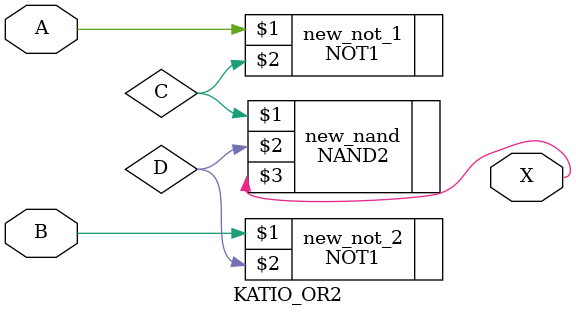
<source format=v>

module KATIO_OR2 (
	input A,
	input B,
	output X );

	wire C;
	wire D;
	NOT1 new_not_1 (A, C);
	NOT1 new_not_2 (B, D);
	NAND2 new_nand (C, D, X);

endmodule

</source>
